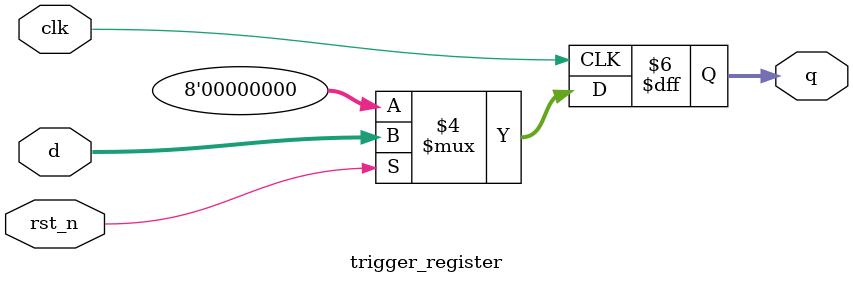
<source format=v>


`timescale 1ns / 1ps

module trigger_register
    #(
        parameter integer DATA_WIDTH = 8
    )
    (
        input wire                  clk,
        input wire                  rst_n,
        input wire[DATA_WIDTH-1:0]  d,
        output reg [DATA_WIDTH-1:0] q
    );
    
    always @(posedge clk)
    begin
        if (!rst_n)
        begin
            q <= 0;
        end
        else
        begin
            q <= d;
        end
    end
    
endmodule

</source>
